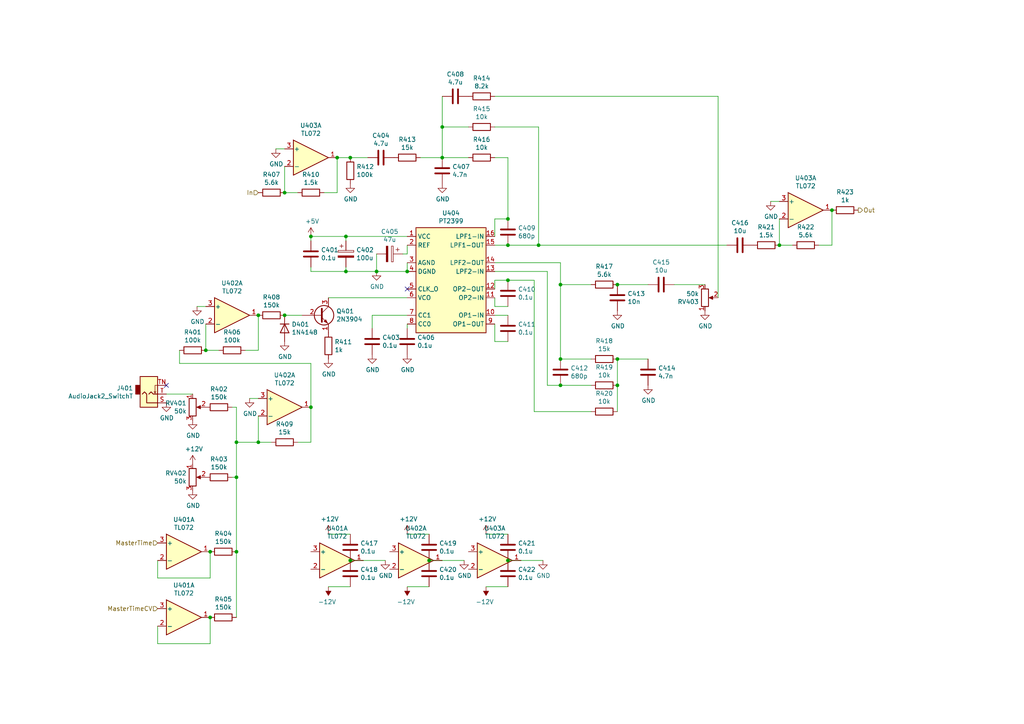
<source format=kicad_sch>
(kicad_sch (version 20211123) (generator eeschema)
  (paper "A4")
  (title_block (title "Single Delay") (date "2021-09-14") (rev "1.0"))
  (lib_symbols
    (symbol "Amplifier_Operational:TL072" (pin_names (offset 0.127))
      (property "Reference" "U" (at 0 5.08 0))
      (property "Value" "TL072" (at 0 -5.08 0))
      (symbol "TL072_1_1"
        (polyline (pts (xy -5.08 5.08) (xy 5.08 0) (xy -5.08 -5.08) (xy -5.08 5.08)) (stroke (width 0.254)) (fill (type background)))
        (pin output line (at 7.62 0 180) (length 2.54) (name "~") (number "1"))
        (pin input line (at -7.62 -2.54 0) (length 2.54) (name "-") (number "2"))
        (pin input line (at -7.62 2.54 0) (length 2.54) (name "+") (number "3"))
      )
      (symbol "TL072_2_1"
        (polyline (pts (xy -5.08 5.08) (xy 5.08 0) (xy -5.08 -5.08) (xy -5.08 5.08)) (stroke (width 0.254)) (fill (type background)))
        (pin input line (at -7.62 2.54 0) (length 2.54) (name "+") (number "5"))
        (pin input line (at -7.62 -2.54 0) (length 2.54) (name "-") (number "6"))
        (pin output line (at 7.62 0 180) (length 2.54) (name "~") (number "7"))
      )
      (symbol "TL072_3_1"
        (pin power_in line (at -2.54 -7.62 90) (length 3.81) (name "V-") (number "4"))
        (pin power_in line (at -2.54 7.62 270) (length 3.81) (name "V+") (number "8"))
      )
    )
    (symbol "Audio:PT2399"
      (property "Reference" "U" (at 0 17.78 0))
      (property "Value" "PT2399" (at 0 -17.78 0))
      (symbol "PT2399_0_1"
        (rectangle (start -10.16 15.24) (end 10.16 -15.24) (stroke (width 0.254)) (fill (type background)))
      )
      (symbol "PT2399_1_1"
        (pin power_in line (at -12.7 12.7 0) (length 2.54) (name "VCC") (number "1"))
        (pin input line (at 12.7 -10.16 180) (length 2.54) (name "OP1-IN") (number "10"))
        (pin input line (at 12.7 -5.08 180) (length 2.54) (name "OP2-IN") (number "11"))
        (pin output line (at 12.7 -2.54 180) (length 2.54) (name "OP2-OUT") (number "12"))
        (pin input line (at 12.7 2.54 180) (length 2.54) (name "LPF2-IN") (number "13"))
        (pin output line (at 12.7 5.08 180) (length 2.54) (name "LPF2-OUT") (number "14"))
        (pin output line (at 12.7 10.16 180) (length 2.54) (name "LPF1-OUT") (number "15"))
        (pin input line (at 12.7 12.7 180) (length 2.54) (name "LPF1-IN") (number "16"))
        (pin passive line (at -12.7 10.16 0) (length 2.54) (name "REF") (number "2"))
        (pin power_in line (at -12.7 5.08 0) (length 2.54) (name "AGND") (number "3"))
        (pin power_in line (at -12.7 2.54 0) (length 2.54) (name "DGND") (number "4"))
        (pin passive line (at -12.7 -2.54 0) (length 2.54) (name "CLK_O") (number "5"))
        (pin passive line (at -12.7 -5.08 0) (length 2.54) (name "VCO") (number "6"))
        (pin passive line (at -12.7 -10.16 0) (length 2.54) (name "CC1") (number "7"))
        (pin passive line (at -12.7 -12.7 0) (length 2.54) (name "CC0") (number "8"))
        (pin output line (at 12.7 -12.7 180) (length 2.54) (name "OP1-OUT") (number "9"))
      )
    )
    (symbol "Connector:AudioJack2_SwitchT"
      (property "Reference" "J" (at 0 8.89 0))
      (property "Value" "AudioJack2_SwitchT" (at 0 6.35 0))
      (symbol "AudioJack2_SwitchT_0_1"
        (rectangle (start -2.54 0) (end -3.81 -2.54) (stroke (width 0.254)) (fill (type outline)))
        (polyline (pts (xy 1.778 -0.254) (xy 2.032 -0.762)))
        (polyline (pts (xy 0 0) (xy 0.635 -0.635) (xy 1.27 0) (xy 2.54 0)) (stroke (width 0.254)))
        (polyline (pts (xy 2.54 -2.54) (xy 1.778 -2.54) (xy 1.778 -0.254) (xy 1.524 -0.762)))
        (polyline (pts (xy 2.54 2.54) (xy -0.635 2.54) (xy -0.635 0) (xy -1.27 -0.635) (xy -1.905 0)) (stroke (width 0.254)))
        (rectangle (start 2.54 3.81) (end -2.54 -5.08) (stroke (width 0.254)) (fill (type background)))
      )
      (symbol "AudioJack2_SwitchT_1_1"
        (pin passive line (at 5.08 2.54 180) (length 2.54) (name "~") (number "S"))
        (pin passive line (at 5.08 0 180) (length 2.54) (name "~") (number "T"))
        (pin passive line (at 5.08 -2.54 180) (length 2.54) (name "~") (number "TN"))
      )
    )
    (symbol "Device:C" (pin_numbers hide) (pin_names (offset 0.254))
      (property "Reference" "C" (at 0.635 2.54 0))
      (property "Value" "C" (at 0.635 -2.54 0))
      (symbol "C_0_1"
        (polyline (pts (xy -2.032 -0.762) (xy 2.032 -0.762)) (stroke (width 0.508)))
        (polyline (pts (xy -2.032 0.762) (xy 2.032 0.762)) (stroke (width 0.508)))
      )
      (symbol "C_1_1"
        (pin passive line (at 0 3.81 270) (length 2.794) (name "~") (number "1"))
        (pin passive line (at 0 -3.81 90) (length 2.794) (name "~") (number "2"))
      )
    )
    (symbol "Device:C_Polarized" (pin_numbers hide) (pin_names (offset 0.254))
      (property "Reference" "C" (at 0.635 2.54 0))
      (property "Value" "C_Polarized" (at 0.635 -2.54 0))
      (symbol "C_Polarized_0_1"
        (rectangle (start -2.286 0.508) (end 2.286 1.016))
        (polyline (pts (xy -1.778 2.286) (xy -0.762 2.286)))
        (polyline (pts (xy -1.27 2.794) (xy -1.27 1.778)))
        (rectangle (start 2.286 -0.508) (end -2.286 -1.016) (fill (type outline)))
      )
      (symbol "C_Polarized_1_1"
        (pin passive line (at 0 3.81 270) (length 2.794) (name "~") (number "1"))
        (pin passive line (at 0 -3.81 90) (length 2.794) (name "~") (number "2"))
      )
    )
    (symbol "Device:R" (pin_numbers hide) (pin_names (offset 0))
      (property "Reference" "R" (at 2.032 0 90))
      (property "Value" "R" (at 0 0 90))
      (symbol "R_0_1"
        (rectangle (start -1.016 -2.54) (end 1.016 2.54) (stroke (width 0.254)))
      )
      (symbol "R_1_1"
        (pin passive line (at 0 3.81 270) (length 1.27) (name "~") (number "1"))
        (pin passive line (at 0 -3.81 90) (length 1.27) (name "~") (number "2"))
      )
    )
    (symbol "Device:R_Potentiometer" (pin_names (offset 1.016) hide)
      (property "Reference" "RV" (at -4.445 0 90))
      (property "Value" "R_Potentiometer" (at -2.54 0 90))
      (symbol "R_Potentiometer_0_1"
        (polyline (pts (xy 2.54 0) (xy 1.524 0)))
        (polyline (pts (xy 1.143 0) (xy 2.286 0.508) (xy 2.286 -0.508) (xy 1.143 0)) (fill (type outline)))
        (rectangle (start 1.016 2.54) (end -1.016 -2.54) (stroke (width 0.254)))
      )
      (symbol "R_Potentiometer_1_1"
        (pin passive line (at 0 3.81 270) (length 1.27) (name "1") (number "1"))
        (pin passive line (at 3.81 0 180) (length 1.27) (name "2") (number "2"))
        (pin passive line (at 0 -3.81 90) (length 1.27) (name "3") (number "3"))
      )
    )
    (symbol "Diode:1N4148" (pin_numbers hide) (pin_names (offset 1.016) hide)
      (property "Reference" "D" (at 0 2.54 0))
      (property "Value" "1N4148" (at 0 -2.54 0))
      (symbol "1N4148_0_1"
        (polyline (pts (xy -1.27 1.27) (xy -1.27 -1.27)) (stroke (width 0.254)))
        (polyline (pts (xy 1.27 0) (xy -1.27 0)))
        (polyline (pts (xy 1.27 1.27) (xy 1.27 -1.27) (xy -1.27 0) (xy 1.27 1.27)) (stroke (width 0.254)))
      )
      (symbol "1N4148_1_1"
        (pin passive line (at -3.81 0 0) (length 2.54) (name "K") (number "1"))
        (pin passive line (at 3.81 0 180) (length 2.54) (name "A") (number "2"))
      )
    )
    (symbol "Transistor_BJT:2N3904" (pin_names (offset 0) hide)
      (property "Reference" "Q" (at 5.08 1.905 0))
      (property "Value" "2N3904" (at 5.08 0 0))
      (symbol "2N3904_0_1"
        (polyline (pts (xy 0.635 0.635) (xy 2.54 2.54)))
        (polyline (pts (xy 0.635 -0.635) (xy 2.54 -2.54) (xy 2.54 -2.54)))
        (polyline (pts (xy 0.635 1.905) (xy 0.635 -1.905) (xy 0.635 -1.905)) (stroke (width 0.508)))
        (polyline (pts (xy 1.27 -1.778) (xy 1.778 -1.27) (xy 2.286 -2.286) (xy 1.27 -1.778) (xy 1.27 -1.778)) (fill (type outline)))
        (circle (center 1.27 0) (radius 2.8194) (stroke (width 0.254)))
      )
      (symbol "2N3904_1_1"
        (pin passive line (at 2.54 -5.08 90) (length 2.54) (name "E") (number "1"))
        (pin passive line (at -5.08 0 0) (length 5.715) (name "B") (number "2"))
        (pin passive line (at 2.54 5.08 270) (length 2.54) (name "C") (number "3"))
      )
    )
    (symbol "power:+12V" (power) (pin_names (offset 0))
      (property "Value" "+12V" (at 0 3.556 0))
      (symbol "+12V_0_1"
        (polyline (pts (xy -0.762 1.27) (xy 0 2.54)))
        (polyline (pts (xy 0 0) (xy 0 2.54)))
        (polyline (pts (xy 0 2.54) (xy 0.762 1.27)))
      )
      (symbol "+12V_1_1"
        (pin power_in line (at 0 0 90) (length 0) hide (name "+12V") (number "1"))
      )
    )
    (symbol "power:+5V" (power) (pin_names (offset 0))
      (property "Value" "+5V" (at 0 3.556 0))
      (symbol "+5V_0_1"
        (polyline (pts (xy -0.762 1.27) (xy 0 2.54)))
        (polyline (pts (xy 0 0) (xy 0 2.54)))
        (polyline (pts (xy 0 2.54) (xy 0.762 1.27)))
      )
      (symbol "+5V_1_1"
        (pin power_in line (at 0 0 90) (length 0) hide (name "+5V") (number "1"))
      )
    )
    (symbol "power:-12V" (power) (pin_names (offset 0))
      (property "Value" "-12V" (at 0 3.81 0))
      (symbol "-12V_0_0"
        (pin power_in line (at 0 0 90) (length 0) hide (name "-12V") (number "1"))
      )
      (symbol "-12V_0_1"
        (polyline (pts (xy 0 0) (xy 0 1.27) (xy 0.762 1.27) (xy 0 2.54) (xy -0.762 1.27) (xy 0 1.27)) (fill (type outline)))
      )
    )
    (symbol "power:GND" (power) (pin_names (offset 0))
      (property "Value" "GND" (at 0 -3.81 0))
      (symbol "GND_0_1"
        (polyline (pts (xy 0 0) (xy 0 -1.27) (xy 1.27 -1.27) (xy 0 -2.54) (xy -1.27 -1.27) (xy 0 -1.27)))
      )
      (symbol "GND_1_1"
        (pin power_in line (at 0 0 270) (length 0) hide (name "GND") (number "1"))
      )
    )
  )
  (junction (at 60.96 179.07))
  (junction (at 156.21 71.12))
  (junction (at 101.6 162.56))
  (junction (at 82.55 55.88))
  (junction (at 179.07 82.55))
  (junction (at 97.79 45.72))
  (junction (at 241.3 60.96))
  (junction (at 82.55 91.44))
  (junction (at 74.93 128.27))
  (junction (at 100.33 68.58))
  (junction (at 147.32 63.5))
  (junction (at 128.27 36.83))
  (junction (at 109.22 78.74))
  (junction (at 179.07 104.14))
  (junction (at 101.6 45.72))
  (junction (at 100.33 78.74))
  (junction (at 90.17 68.58))
  (junction (at 68.58 160.02))
  (junction (at 147.32 81.28))
  (junction (at 59.69 101.6))
  (junction (at 147.32 162.56))
  (junction (at 179.07 111.76))
  (junction (at 124.46 162.56))
  (junction (at 128.27 45.72))
  (junction (at 147.32 71.12))
  (junction (at 226.06 71.12))
  (junction (at 68.58 138.43))
  (junction (at 74.93 91.44))
  (junction (at 162.56 104.14))
  (junction (at 60.96 160.02))
  (junction (at 162.56 111.76))
  (junction (at 90.17 118.11))
  (junction (at 118.11 78.74))
  (junction (at 162.56 82.55))
  (junction (at 68.58 128.27))
  (no_connect (at 118.11 83.82))
  (no_connect (at 48.26 111.76))
  (wire (pts (xy 93.98 55.88) (xy 97.79 55.88)))
  (wire (pts (xy 57.15 88.9) (xy 59.69 88.9)))
  (wire (pts (xy 109.22 73.66) (xy 109.22 78.74)))
  (wire (pts (xy 128.27 36.83) (xy 135.89 36.83)))
  (wire (pts (xy 143.51 93.98) (xy 143.51 99.06)))
  (wire (pts (xy 95.25 86.36) (xy 118.11 86.36)))
  (wire (pts (xy 45.72 167.64) (xy 60.96 167.64)))
  (wire (pts (xy 156.21 36.83) (xy 156.21 71.12)))
  (wire (pts (xy 128.27 45.72) (xy 135.89 45.72)))
  (wire (pts (xy 74.93 128.27) (xy 78.74 128.27)))
  (wire (pts (xy 118.11 71.12) (xy 118.11 73.66)))
  (wire (pts (xy 226.06 71.12) (xy 229.87 71.12)))
  (wire (pts (xy 68.58 138.43) (xy 68.58 160.02)))
  (wire (pts (xy 48.26 114.3) (xy 55.88 114.3)))
  (wire (pts (xy 82.55 91.44) (xy 87.63 91.44)))
  (wire (pts (xy 143.51 45.72) (xy 147.32 45.72)))
  (wire (pts (xy 237.49 71.12) (xy 241.3 71.12)))
  (wire (pts (xy 143.51 68.58) (xy 143.51 63.5)))
  (wire (pts (xy 143.51 99.06) (xy 147.32 99.06)))
  (wire (pts (xy 143.51 91.44) (xy 147.32 91.44)))
  (wire (pts (xy 143.51 81.28) (xy 147.32 81.28)))
  (wire (pts (xy 143.51 88.9) (xy 147.32 88.9)))
  (wire (pts (xy 147.32 81.28) (xy 154.94 81.28)))
  (wire (pts (xy 118.11 76.2) (xy 118.11 78.74)))
  (wire (pts (xy 109.22 78.74) (xy 118.11 78.74)))
  (wire (pts (xy 147.32 71.12) (xy 156.21 71.12)))
  (wire (pts (xy 143.51 63.5) (xy 147.32 63.5)))
  (wire (pts (xy 241.3 71.12) (xy 241.3 60.96)))
  (wire (pts (xy 95.25 154.94) (xy 101.6 154.94)))
  (wire (pts (xy 72.39 115.57) (xy 74.93 115.57)))
  (wire (pts (xy 143.51 36.83) (xy 156.21 36.83)))
  (wire (pts (xy 118.11 170.18) (xy 124.46 170.18)))
  (wire (pts (xy 59.69 93.98) (xy 59.69 101.6)))
  (wire (pts (xy 208.28 86.36) (xy 208.28 27.94)))
  (wire (pts (xy 68.58 128.27) (xy 68.58 138.43)))
  (wire (pts (xy 82.55 55.88) (xy 86.36 55.88)))
  (wire (pts (xy 95.25 170.18) (xy 101.6 170.18)))
  (wire (pts (xy 101.6 45.72) (xy 106.68 45.72)))
  (wire (pts (xy 80.01 43.18) (xy 82.55 43.18)))
  (wire (pts (xy 128.27 45.72) (xy 128.27 36.83)))
  (wire (pts (xy 74.93 101.6) (xy 74.93 91.44)))
  (wire (pts (xy 45.72 162.56) (xy 45.72 167.64)))
  (wire (pts (xy 71.12 101.6) (xy 74.93 101.6)))
  (wire (pts (xy 162.56 82.55) (xy 171.45 82.55)))
  (wire (pts (xy 90.17 118.11) (xy 90.17 105.41)))
  (wire (pts (xy 100.33 68.58) (xy 118.11 68.58)))
  (wire (pts (xy 154.94 119.38) (xy 171.45 119.38)))
  (wire (pts (xy 223.52 58.42) (xy 226.06 58.42)))
  (wire (pts (xy 90.17 68.58) (xy 100.33 68.58)))
  (wire (pts (xy 143.51 86.36) (xy 143.51 88.9)))
  (wire (pts (xy 140.97 154.94) (xy 147.32 154.94)))
  (wire (pts (xy 74.93 120.65) (xy 74.93 128.27)))
  (wire (pts (xy 67.31 138.43) (xy 68.58 138.43)))
  (wire (pts (xy 162.56 76.2) (xy 143.51 76.2)))
  (wire (pts (xy 68.58 160.02) (xy 68.58 179.07)))
  (wire (pts (xy 107.95 91.44) (xy 107.95 95.25)))
  (wire (pts (xy 60.96 167.64) (xy 60.96 160.02)))
  (wire (pts (xy 147.32 162.56) (xy 157.48 162.56)))
  (wire (pts (xy 158.75 78.74) (xy 158.75 111.76)))
  (wire (pts (xy 101.6 162.56) (xy 111.76 162.56)))
  (wire (pts (xy 118.11 93.98) (xy 118.11 95.25)))
  (wire (pts (xy 179.07 104.14) (xy 187.96 104.14)))
  (wire (pts (xy 195.58 82.55) (xy 204.47 82.55)))
  (wire (pts (xy 90.17 78.74) (xy 100.33 78.74)))
  (wire (pts (xy 90.17 68.58) (xy 90.17 69.85)))
  (wire (pts (xy 179.07 82.55) (xy 187.96 82.55)))
  (wire (pts (xy 158.75 78.74) (xy 143.51 78.74)))
  (wire (pts (xy 60.96 186.69) (xy 60.96 179.07)))
  (wire (pts (xy 162.56 82.55) (xy 162.56 76.2)))
  (wire (pts (xy 100.33 77.47) (xy 100.33 78.74)))
  (wire (pts (xy 143.51 71.12) (xy 147.32 71.12)))
  (wire (pts (xy 52.07 105.41) (xy 52.07 101.6)))
  (wire (pts (xy 128.27 27.94) (xy 128.27 36.83)))
  (wire (pts (xy 179.07 104.14) (xy 179.07 111.76)))
  (wire (pts (xy 147.32 45.72) (xy 147.32 63.5)))
  (wire (pts (xy 143.51 27.94) (xy 208.28 27.94)))
  (wire (pts (xy 226.06 63.5) (xy 226.06 71.12)))
  (wire (pts (xy 97.79 45.72) (xy 101.6 45.72)))
  (wire (pts (xy 107.95 91.44) (xy 118.11 91.44)))
  (wire (pts (xy 68.58 118.11) (xy 68.58 128.27)))
  (wire (pts (xy 97.79 45.72) (xy 97.79 55.88)))
  (wire (pts (xy 90.17 128.27) (xy 90.17 118.11)))
  (wire (pts (xy 118.11 73.66) (xy 116.84 73.66)))
  (wire (pts (xy 121.92 45.72) (xy 128.27 45.72)))
  (wire (pts (xy 86.36 128.27) (xy 90.17 128.27)))
  (wire (pts (xy 68.58 128.27) (xy 74.93 128.27)))
  (wire (pts (xy 179.07 111.76) (xy 179.07 119.38)))
  (wire (pts (xy 82.55 48.26) (xy 82.55 55.88)))
  (wire (pts (xy 154.94 81.28) (xy 154.94 119.38)))
  (wire (pts (xy 45.72 181.61) (xy 45.72 186.69)))
  (wire (pts (xy 156.21 71.12) (xy 210.82 71.12)))
  (wire (pts (xy 100.33 78.74) (xy 109.22 78.74)))
  (wire (pts (xy 100.33 69.85) (xy 100.33 68.58)))
  (wire (pts (xy 140.97 170.18) (xy 147.32 170.18)))
  (wire (pts (xy 52.07 105.41) (xy 90.17 105.41)))
  (wire (pts (xy 124.46 162.56) (xy 134.62 162.56)))
  (wire (pts (xy 67.31 118.11) (xy 68.58 118.11)))
  (wire (pts (xy 90.17 77.47) (xy 90.17 78.74)))
  (wire (pts (xy 118.11 154.94) (xy 124.46 154.94)))
  (wire (pts (xy 59.69 101.6) (xy 63.5 101.6)))
  (wire (pts (xy 162.56 104.14) (xy 162.56 82.55)))
  (wire (pts (xy 162.56 104.14) (xy 171.45 104.14)))
  (wire (pts (xy 45.72 186.69) (xy 60.96 186.69)))
  (wire (pts (xy 143.51 81.28) (xy 143.51 83.82)))
  (wire (pts (xy 158.75 111.76) (xy 162.56 111.76)))
  (wire (pts (xy 162.56 111.76) (xy 171.45 111.76)))
  (hierarchical_label "MasterTime" (shape input) (at 45.72 157.48 180))
  (hierarchical_label "In" (shape input) (at 74.93 55.88 180))
  (hierarchical_label "Out" (shape output) (at 248.92 60.96 0))
  (hierarchical_label "MasterTimeCV" (shape input) (at 45.72 176.53 180))
  (symbol (lib_id "Device:R_Potentiometer") (at 55.88 138.43 0)
    (property "Reference" "RV402" (at 54.1274 137.2616 0) (effects (justify right)))
    (property "Value" "50k" (at 54.1274 139.573 0) (effects (justify right)))
    (property "Footprint" "Potentiometer_THT:Potentiometer_Alpha_RD901F-40-00D_Single_Vertical_CircularHoles" (effects hide))
  )
  (symbol (lib_id "Device:C") (at 118.11 99.06 0)
    (property "Reference" "C406" (at 121.031 97.8916 0) (effects (justify left)))
    (property "Value" "0.1u" (at 121.031 100.203 0) (effects (justify left)))
    (property "Footprint" "Capacitor_THT:C_Disc_D5.0mm_W2.5mm_P5.00mm" (effects hide))
  )
  (symbol (lib_id "power:GND") (at 118.11 102.87 0)
    (property "Reference" "#PWR0414" (effects hide))
    (property "Value" "GND" (at 118.237 107.2642 0))
  )
  (symbol (lib_id "Device:C") (at 107.95 99.06 0)
    (property "Reference" "C403" (at 110.871 97.8916 0) (effects (justify left)))
    (property "Value" "0.1u" (at 110.871 100.203 0) (effects (justify left)))
    (property "Footprint" "Capacitor_THT:C_Disc_D5.0mm_W2.5mm_P5.00mm" (effects hide))
  )
  (symbol (lib_id "power:GND") (at 107.95 102.87 0)
    (property "Reference" "#PWR0412" (effects hide))
    (property "Value" "GND" (at 108.077 107.2642 0))
  )
  (symbol (lib_id "power:GND") (at 109.22 78.74 0)
    (property "Reference" "#PWR0413" (effects hide))
    (property "Value" "GND" (at 109.347 83.1342 0))
  )
  (symbol (lib_id "Device:C_Polarized") (at 113.03 73.66 270)
    (property "Reference" "C405" (at 113.03 67.183 90))
    (property "Value" "47u" (at 113.03 69.4944 90))
    (property "Footprint" "Capacitor_THT:CP_Radial_D5.0mm_P2.00mm" (effects hide))
  )
  (symbol (lib_id "Device:C") (at 90.17 73.66 0)
    (property "Reference" "C401" (at 93.091 72.4916 0) (effects (justify left)))
    (property "Value" "0.1u" (at 93.091 74.803 0) (effects (justify left)))
    (property "Footprint" "Capacitor_THT:C_Disc_D5.0mm_W2.5mm_P5.00mm" (effects hide))
  )
  (symbol (lib_id "Device:C_Polarized") (at 100.33 73.66 0)
    (property "Reference" "C402" (at 103.3272 72.4916 0) (effects (justify left)))
    (property "Value" "100u" (at 103.3272 74.803 0) (effects (justify left)))
    (property "Footprint" "Capacitor_THT:CP_Radial_D5.0mm_P2.00mm" (effects hide))
  )
  (symbol (lib_id "power:+5V") (at 90.17 68.58 0)
    (property "Reference" "#PWR0409" (effects hide))
    (property "Value" "+5V" (at 90.551 64.1858 0))
  )
  (symbol (lib_id "Device:C") (at 147.32 67.31 0)
    (property "Reference" "C409" (at 150.241 66.1416 0) (effects (justify left)))
    (property "Value" "680p" (at 150.241 68.453 0) (effects (justify left)))
    (property "Footprint" "Capacitor_THT:C_Disc_D5.0mm_W2.5mm_P5.00mm" (effects hide))
  )
  (symbol (lib_id "Audio:PT2399") (at 130.81 81.28 0)
    (property "Reference" "U404" (at 130.81 61.7982 0))
    (property "Value" "PT2399" (at 130.81 64.1096 0))
    (property "Footprint" "Package_DIP:DIP-16_W7.62mm_Socket" (effects hide))
    (property "Datasheet" "http://sound.westhost.com/pt2399.pdf" (effects hide))
  )
  (symbol (lib_id "Device:C") (at 110.49 45.72 270)
    (property "Reference" "C404" (at 110.49 39.3192 90))
    (property "Value" "4.7u" (at 110.49 41.6306 90))
    (property "Footprint" "Capacitor_THT:C_Disc_D5.0mm_W2.5mm_P5.00mm" (effects hide))
  )
  (symbol (lib_id "Device:R") (at 101.6 49.53 0)
    (property "Reference" "R412" (at 103.378 48.3616 0) (effects (justify left)))
    (property "Value" "100k" (at 103.378 50.673 0) (effects (justify left)))
    (property "Footprint" "Resistor_THT:R_Axial_DIN0207_L6.3mm_D2.5mm_P7.62mm_Horizontal" (effects hide))
  )
  (symbol (lib_id "power:GND") (at 101.6 53.34 0)
    (property "Reference" "#PWR0411" (effects hide))
    (property "Value" "GND" (at 101.727 57.7342 0))
  )
  (symbol (lib_id "Device:R") (at 118.11 45.72 90)
    (property "Reference" "R413" (at 118.11 40.4622 90))
    (property "Value" "15k" (at 118.11 42.7736 90))
    (property "Footprint" "Resistor_THT:R_Axial_DIN0207_L6.3mm_D2.5mm_P7.62mm_Horizontal" (effects hide))
  )
  (symbol (lib_id "Device:C") (at 128.27 49.53 0)
    (property "Reference" "C407" (at 131.191 48.3616 0) (effects (justify left)))
    (property "Value" "4.7n" (at 131.191 50.673 0) (effects (justify left)))
    (property "Footprint" "Capacitor_THT:C_Disc_D5.0mm_W2.5mm_P5.00mm" (effects hide))
  )
  (symbol (lib_id "power:GND") (at 128.27 53.34 0)
    (property "Reference" "#PWR0415" (effects hide))
    (property "Value" "GND" (at 128.397 57.7342 0))
  )
  (symbol (lib_id "Device:R") (at 139.7 45.72 90)
    (property "Reference" "R416" (at 139.7 40.4622 90))
    (property "Value" "10k" (at 139.7 42.7736 90))
    (property "Footprint" "Resistor_THT:R_Axial_DIN0207_L6.3mm_D2.5mm_P7.62mm_Horizontal" (effects hide))
  )
  (symbol (lib_id "Device:R") (at 222.25 71.12 90)
    (property "Reference" "R421" (at 222.25 65.8622 90))
    (property "Value" "1.5k" (at 222.25 68.1736 90))
    (property "Footprint" "Resistor_THT:R_Axial_DIN0207_L6.3mm_D2.5mm_P7.62mm_Horizontal" (effects hide))
  )
  (symbol (lib_id "Amplifier_Operational:TL072") (at 90.17 45.72 0)
    (property "Reference" "U403" (at 90.17 36.3982 0))
    (property "Value" "TL072" (at 90.17 38.7096 0))
    (property "Footprint" "Package_DIP:DIP-8_W7.62mm_Socket" (effects hide))
    (property "Datasheet" "http://www.ti.com/lit/ds/symlink/tl071.pdf" (effects hide))
  )
  (symbol (lib_id "Device:R") (at 78.74 55.88 90)
    (property "Reference" "R407" (at 78.74 50.6222 90))
    (property "Value" "5.6k" (at 78.74 52.9336 90))
    (property "Footprint" "Resistor_THT:R_Axial_DIN0207_L6.3mm_D2.5mm_P7.62mm_Horizontal" (effects hide))
  )
  (symbol (lib_id "Amplifier_Operational:TL072") (at 233.68 60.96 0)
    (property "Reference" "U403" (at 233.68 51.6382 0))
    (property "Value" "TL072" (at 233.68 53.9496 0))
    (property "Footprint" "Package_DIP:DIP-8_W7.62mm_Socket" (effects hide))
    (property "Datasheet" "http://www.ti.com/lit/ds/symlink/tl071.pdf" (effects hide))
  )
  (symbol (lib_id "Device:R") (at 233.68 71.12 270)
    (property "Reference" "R422" (at 233.68 65.8622 90))
    (property "Value" "5.6k" (at 233.68 68.1736 90))
    (property "Footprint" "Resistor_THT:R_Axial_DIN0207_L6.3mm_D2.5mm_P7.62mm_Horizontal" (effects hide))
  )
  (symbol (lib_id "power:GND") (at 80.01 43.18 0)
    (property "Reference" "#PWR0407" (effects hide))
    (property "Value" "GND" (at 80.137 47.5742 0))
  )
  (symbol (lib_id "Device:R") (at 90.17 55.88 90)
    (property "Reference" "R410" (at 90.17 50.6222 90))
    (property "Value" "1.5k" (at 90.17 52.9336 90))
    (property "Footprint" "Resistor_THT:R_Axial_DIN0207_L6.3mm_D2.5mm_P7.62mm_Horizontal" (effects hide))
  )
  (symbol (lib_id "power:GND") (at 223.52 58.42 0)
    (property "Reference" "#PWR0419" (effects hide))
    (property "Value" "GND" (at 223.647 62.8142 0))
  )
  (symbol (lib_id "Device:C") (at 214.63 71.12 90)
    (property "Reference" "C416" (at 214.63 64.643 90))
    (property "Value" "10u" (at 214.63 66.9544 90))
    (property "Footprint" "Capacitor_THT:C_Disc_D5.0mm_W2.5mm_P5.00mm" (effects hide))
  )
  (symbol (lib_id "Device:R") (at 139.7 36.83 90)
    (property "Reference" "R415" (at 139.7 31.5722 90))
    (property "Value" "10k" (at 139.7 33.8836 90))
    (property "Footprint" "Resistor_THT:R_Axial_DIN0207_L6.3mm_D2.5mm_P7.62mm_Horizontal" (effects hide))
  )
  (symbol (lib_id "Device:R") (at 175.26 111.76 90)
    (property "Reference" "R419" (at 175.26 106.5022 90))
    (property "Value" "10k" (at 175.26 108.8136 90))
    (property "Footprint" "Resistor_THT:R_Axial_DIN0207_L6.3mm_D2.5mm_P7.62mm_Horizontal" (effects hide))
  )
  (symbol (lib_id "Device:R") (at 175.26 104.14 90)
    (property "Reference" "R418" (at 175.26 98.8822 90))
    (property "Value" "15k" (at 175.26 101.1936 90))
    (property "Footprint" "Resistor_THT:R_Axial_DIN0207_L6.3mm_D2.5mm_P7.62mm_Horizontal" (effects hide))
  )
  (symbol (lib_id "Device:R") (at 175.26 119.38 90)
    (property "Reference" "R420" (at 175.26 114.1222 90))
    (property "Value" "10k" (at 175.26 116.4336 90))
    (property "Footprint" "Resistor_THT:R_Axial_DIN0207_L6.3mm_D2.5mm_P7.62mm_Horizontal" (effects hide))
  )
  (symbol (lib_id "power:GND") (at 179.07 90.17 0)
    (property "Reference" "#PWR0416" (effects hide))
    (property "Value" "GND" (at 179.197 94.5642 0))
  )
  (symbol (lib_id "power:GND") (at 204.47 90.17 0)
    (property "Reference" "#PWR0418" (effects hide))
    (property "Value" "GND" (at 204.597 94.5642 0))
  )
  (symbol (lib_id "Device:R_Potentiometer") (at 204.47 86.36 0) (mirror x)
    (property "Reference" "RV403" (at 202.7174 87.5284 0) (effects (justify right)))
    (property "Value" "50k" (at 202.7174 85.217 0) (effects (justify right)))
    (property "Footprint" "Potentiometer_THT:Potentiometer_Alpha_RD901F-40-00D_Single_Vertical_CircularHoles" (effects hide))
  )
  (symbol (lib_id "Device:C") (at 191.77 82.55 90)
    (property "Reference" "C415" (at 191.77 76.073 90))
    (property "Value" "10u" (at 191.77 78.3844 90))
    (property "Footprint" "Capacitor_THT:C_Disc_D5.0mm_W2.5mm_P5.00mm" (effects hide))
  )
  (symbol (lib_id "Device:C") (at 179.07 86.36 0)
    (property "Reference" "C413" (at 181.991 85.1916 0) (effects (justify left)))
    (property "Value" "10n" (at 181.991 87.503 0) (effects (justify left)))
    (property "Footprint" "Capacitor_THT:C_Disc_D5.0mm_W2.5mm_P5.00mm" (effects hide))
  )
  (symbol (lib_id "Device:R") (at 175.26 82.55 90)
    (property "Reference" "R417" (at 175.26 77.2922 90))
    (property "Value" "5.6k" (at 175.26 79.6036 90))
    (property "Footprint" "Resistor_THT:R_Axial_DIN0207_L6.3mm_D2.5mm_P7.62mm_Horizontal" (effects hide))
  )
  (symbol (lib_id "Device:C") (at 162.56 107.95 0)
    (property "Reference" "C412" (at 165.481 106.7816 0) (effects (justify left)))
    (property "Value" "680p" (at 165.481 109.093 0) (effects (justify left)))
    (property "Footprint" "Capacitor_THT:C_Disc_D5.0mm_W2.5mm_P5.00mm" (effects hide))
  )
  (symbol (lib_id "Device:C") (at 147.32 85.09 0)
    (property "Reference" "C410" (at 150.241 83.9216 0) (effects (justify left)))
    (property "Value" "0.1u" (at 150.241 86.233 0) (effects (justify left)))
    (property "Footprint" "Capacitor_THT:C_Disc_D5.0mm_W2.5mm_P5.00mm" (effects hide))
  )
  (symbol (lib_id "Device:C") (at 187.96 107.95 0)
    (property "Reference" "C414" (at 190.881 106.7816 0) (effects (justify left)))
    (property "Value" "4.7n" (at 190.881 109.093 0) (effects (justify left)))
    (property "Footprint" "Capacitor_THT:C_Disc_D5.0mm_W2.5mm_P5.00mm" (effects hide))
  )
  (symbol (lib_id "power:GND") (at 187.96 111.76 0)
    (property "Reference" "#PWR0417" (effects hide))
    (property "Value" "GND" (at 188.087 116.1542 0))
  )
  (symbol (lib_id "Device:R") (at 139.7 27.94 90)
    (property "Reference" "R414" (at 139.7 22.6822 90))
    (property "Value" "8.2k" (at 139.7 24.9936 90))
    (property "Footprint" "Resistor_THT:R_Axial_DIN0207_L6.3mm_D2.5mm_P7.62mm_Horizontal" (effects hide))
  )
  (symbol (lib_id "Device:C") (at 132.08 27.94 270)
    (property "Reference" "C408" (at 132.08 21.5392 90))
    (property "Value" "4.7u" (at 132.08 23.8506 90))
    (property "Footprint" "Capacitor_THT:C_Disc_D5.0mm_W2.5mm_P5.00mm" (effects hide))
  )
  (symbol (lib_id "Device:R") (at 245.11 60.96 270)
    (property "Reference" "R423" (at 245.11 55.7022 90))
    (property "Value" "1k" (at 245.11 58.0136 90))
    (property "Footprint" "Resistor_THT:R_Axial_DIN0207_L6.3mm_D2.5mm_P7.62mm_Horizontal" (effects hide))
  )
  (symbol (lib_id "Amplifier_Operational:TL072") (at 67.31 91.44 0)
    (property "Reference" "U402" (at 67.31 82.1182 0))
    (property "Value" "TL072" (at 67.31 84.4296 0))
    (property "Footprint" "Package_DIP:DIP-8_W7.62mm_Socket" (effects hide))
    (property "Datasheet" "http://www.ti.com/lit/ds/symlink/tl071.pdf" (effects hide))
  )
  (symbol (lib_id "Amplifier_Operational:TL072") (at 82.55 118.11 0)
    (property "Reference" "U402" (at 82.55 108.7882 0))
    (property "Value" "TL072" (at 82.55 111.0996 0))
    (property "Footprint" "Package_DIP:DIP-8_W7.62mm_Socket" (effects hide))
    (property "Datasheet" "http://www.ti.com/lit/ds/symlink/tl071.pdf" (effects hide))
  )
  (symbol (lib_id "Transistor_BJT:2N3904") (at 92.71 91.44 0)
    (property "Reference" "Q401" (at 97.536 90.2716 0) (effects (justify left)))
    (property "Value" "2N3904" (at 97.536 92.583 0) (effects (justify left)))
    (property "Footprint" "Package_TO_SOT_THT:TO-92_HandSolder" (effects hide))
    (property "Datasheet" "https://www.onsemi.com/pub/Collateral/2N3903-D.PDF" (effects hide))
  )
  (symbol (lib_id "Device:R") (at 95.25 100.33 0)
    (property "Reference" "R411" (at 97.028 99.1616 0) (effects (justify left)))
    (property "Value" "1k" (at 97.028 101.473 0) (effects (justify left)))
    (property "Footprint" "Resistor_THT:R_Axial_DIN0207_L6.3mm_D2.5mm_P7.62mm_Horizontal" (effects hide))
  )
  (symbol (lib_id "Device:R") (at 78.74 91.44 270)
    (property "Reference" "R408" (at 78.74 86.1822 90))
    (property "Value" "150k" (at 78.74 88.4936 90))
    (property "Footprint" "Resistor_THT:R_Axial_DIN0207_L6.3mm_D2.5mm_P7.62mm_Horizontal" (effects hide))
  )
  (symbol (lib_id "power:GND") (at 95.25 104.14 0)
    (property "Reference" "#PWR0410" (effects hide))
    (property "Value" "GND" (at 95.377 108.5342 0))
  )
  (symbol (lib_id "Device:R") (at 67.31 101.6 270)
    (property "Reference" "R406" (at 67.31 96.3422 90))
    (property "Value" "100k" (at 67.31 98.6536 90))
    (property "Footprint" "Resistor_THT:R_Axial_DIN0207_L6.3mm_D2.5mm_P7.62mm_Horizontal" (effects hide))
  )
  (symbol (lib_id "Device:R") (at 55.88 101.6 270)
    (property "Reference" "R401" (at 55.88 96.3422 90))
    (property "Value" "100k" (at 55.88 98.6536 90))
    (property "Footprint" "Resistor_THT:R_Axial_DIN0207_L6.3mm_D2.5mm_P7.62mm_Horizontal" (effects hide))
  )
  (symbol (lib_id "power:GND") (at 57.15 88.9 0)
    (property "Reference" "#PWR0405" (effects hide))
    (property "Value" "GND" (at 57.277 93.2942 0))
  )
  (symbol (lib_id "Device:R") (at 82.55 128.27 270)
    (property "Reference" "R409" (at 82.55 123.0122 90))
    (property "Value" "15k" (at 82.55 125.3236 90))
    (property "Footprint" "Resistor_THT:R_Axial_DIN0207_L6.3mm_D2.5mm_P7.62mm_Horizontal" (effects hide))
  )
  (symbol (lib_id "Device:R") (at 63.5 118.11 270)
    (property "Reference" "R402" (at 63.5 112.8522 90))
    (property "Value" "150k" (at 63.5 115.1636 90))
    (property "Footprint" "Resistor_THT:R_Axial_DIN0207_L6.3mm_D2.5mm_P7.62mm_Horizontal" (effects hide))
  )
  (symbol (lib_id "power:GND") (at 72.39 115.57 0)
    (property "Reference" "#PWR0406" (effects hide))
    (property "Value" "GND" (at 72.517 119.9642 0))
  )
  (symbol (lib_id "Connector:AudioJack2_SwitchT") (at 43.18 114.3 0) (mirror x)
    (property "Reference" "J401" (at 38.6334 112.5982 0) (effects (justify right)))
    (property "Value" "AudioJack2_SwitchT" (at 38.6334 114.9096 0) (effects (justify right)))
    (property "Footprint" "Connector_Audio:Jack_3.5mm_QingPu_WQP-PJ398SM_Vertical_CircularHoles" (effects hide))
  )
  (symbol (lib_id "power:GND") (at 48.26 116.84 0)
    (property "Reference" "#PWR0401" (effects hide))
    (property "Value" "GND" (at 48.387 121.2342 0))
  )
  (symbol (lib_id "power:GND") (at 55.88 142.24 0)
    (property "Reference" "#PWR0404" (effects hide))
    (property "Value" "GND" (at 56.007 146.6342 0))
  )
  (symbol (lib_id "Diode:1N4148") (at 82.55 95.25 270)
    (property "Reference" "D401" (at 84.582 94.0816 90) (effects (justify left)))
    (property "Value" "1N4148" (at 84.582 96.393 90) (effects (justify left)))
    (property "Footprint" "Diode_THT:D_DO-35_SOD27_P7.62mm_Horizontal" (effects hide))
    (property "Datasheet" "https://assets.nexperia.com/documents/data-sheet/1N4148_1N4448.pdf" (effects hide))
  )
  (symbol (lib_id "power:GND") (at 82.55 99.06 0)
    (property "Reference" "#PWR0408" (effects hide))
    (property "Value" "GND" (at 82.677 103.4542 0))
  )
  (symbol (lib_id "power:+12V") (at 55.88 134.62 0)
    (property "Reference" "#PWR0403" (effects hide))
    (property "Value" "+12V" (at 56.261 130.2258 0))
  )
  (symbol (lib_id "Device:R") (at 63.5 138.43 270)
    (property "Reference" "R403" (at 63.5 133.1722 90))
    (property "Value" "150k" (at 63.5 135.4836 90))
    (property "Footprint" "Resistor_THT:R_Axial_DIN0207_L6.3mm_D2.5mm_P7.62mm_Horizontal" (effects hide))
  )
  (symbol (lib_id "Device:R_Potentiometer") (at 55.88 118.11 0)
    (property "Reference" "RV401" (at 54.1274 116.9416 0) (effects (justify right)))
    (property "Value" "50k" (at 54.1274 119.253 0) (effects (justify right)))
    (property "Footprint" "Potentiometer_THT:Potentiometer_Alpha_RD901F-40-00D_Single_Vertical_CircularHoles" (effects hide))
  )
  (symbol (lib_id "power:GND") (at 55.88 121.92 0)
    (property "Reference" "#PWR0402" (effects hide))
    (property "Value" "GND" (at 56.007 126.3142 0))
  )
  (symbol (lib_id "Device:C") (at 147.32 95.25 0)
    (property "Reference" "C411" (at 150.241 94.0816 0) (effects (justify left)))
    (property "Value" "0.1u" (at 150.241 96.393 0) (effects (justify left)))
    (property "Footprint" "Capacitor_THT:C_Disc_D5.0mm_W2.5mm_P5.00mm" (effects hide))
  )
  (symbol (lib_id "Amplifier_Operational:TL072") (at 53.34 160.02 0)
    (property "Reference" "U401" (at 53.34 150.6982 0))
    (property "Value" "TL072" (at 53.34 153.0096 0))
    (property "Footprint" "Package_DIP:DIP-8_W7.62mm_Socket" (effects hide))
    (property "Datasheet" "http://www.ti.com/lit/ds/symlink/tl071.pdf" (effects hide))
  )
  (symbol (lib_id "Device:R") (at 64.77 160.02 270)
    (property "Reference" "R404" (at 64.77 154.7622 90))
    (property "Value" "150k" (at 64.77 157.0736 90))
    (property "Footprint" "Resistor_THT:R_Axial_DIN0207_L6.3mm_D2.5mm_P7.62mm_Horizontal" (effects hide))
  )
  (symbol (lib_id "Amplifier_Operational:TL072") (at 53.34 179.07 0)
    (property "Reference" "U401" (at 53.34 169.7482 0))
    (property "Value" "TL072" (at 53.34 172.0596 0))
    (property "Footprint" "Package_DIP:DIP-8_W7.62mm_Socket" (effects hide))
    (property "Datasheet" "http://www.ti.com/lit/ds/symlink/tl071.pdf" (effects hide))
  )
  (symbol (lib_id "Device:R") (at 64.77 179.07 270)
    (property "Reference" "R405" (at 64.77 173.8122 90))
    (property "Value" "150k" (at 64.77 176.1236 90))
    (property "Footprint" "Resistor_THT:R_Axial_DIN0207_L6.3mm_D2.5mm_P7.62mm_Horizontal" (effects hide))
  )
  (symbol (lib_id "Device:C") (at 101.6 166.37 0)
    (property "Reference" "C418" (at 104.521 165.2016 0) (effects (justify left)))
    (property "Value" "0.1u" (at 104.521 167.513 0) (effects (justify left)))
    (property "Footprint" "Capacitor_THT:C_Disc_D5.0mm_W2.5mm_P5.00mm" (effects hide))
  )
  (symbol (lib_id "Device:C") (at 147.32 158.75 0)
    (property "Reference" "C421" (at 150.241 157.5816 0) (effects (justify left)))
    (property "Value" "0.1u" (at 150.241 159.893 0) (effects (justify left)))
    (property "Footprint" "Capacitor_THT:C_Disc_D5.0mm_W2.5mm_P5.00mm" (effects hide))
  )
  (symbol (lib_id "Amplifier_Operational:TL072") (at 97.79 162.56 0)
    (property "Reference" "U401" (at 97.79 153.2382 0))
    (property "Value" "TL072" (at 97.79 155.5496 0))
    (property "Footprint" "Package_DIP:DIP-8_W7.62mm_Socket" (effects hide))
    (property "Datasheet" "http://www.ti.com/lit/ds/symlink/tl071.pdf" (effects hide))
  )
  (symbol (lib_id "power:-12V") (at 140.97 170.18 180)
    (property "Reference" "#PWR0427" (effects hide))
    (property "Value" "-12V" (at 140.589 174.5742 0))
  )
  (symbol (lib_id "power:+12V") (at 95.25 154.94 0)
    (property "Reference" "#PWR0420" (effects hide))
    (property "Value" "+12V" (at 95.631 150.5458 0))
  )
  (symbol (lib_id "power:GND") (at 134.62 162.56 0)
    (property "Reference" "#PWR0425" (effects hide))
    (property "Value" "GND" (at 134.747 166.9542 0))
  )
  (symbol (lib_id "Amplifier_Operational:TL072") (at 143.51 162.56 0)
    (property "Reference" "U403" (at 143.51 153.2382 0))
    (property "Value" "TL072" (at 143.51 155.5496 0))
    (property "Footprint" "Package_DIP:DIP-8_W7.62mm_Socket" (effects hide))
    (property "Datasheet" "http://www.ti.com/lit/ds/symlink/tl071.pdf" (effects hide))
  )
  (symbol (lib_id "power:+12V") (at 118.11 154.94 0)
    (property "Reference" "#PWR0423" (effects hide))
    (property "Value" "+12V" (at 118.491 150.5458 0))
  )
  (symbol (lib_id "Amplifier_Operational:TL072") (at 120.65 162.56 0)
    (property "Reference" "U402" (at 120.65 153.2382 0))
    (property "Value" "TL072" (at 120.65 155.5496 0))
    (property "Footprint" "Package_DIP:DIP-8_W7.62mm_Socket" (effects hide))
    (property "Datasheet" "http://www.ti.com/lit/ds/symlink/tl071.pdf" (effects hide))
  )
  (symbol (lib_id "Device:C") (at 147.32 166.37 0)
    (property "Reference" "C422" (at 150.241 165.2016 0) (effects (justify left)))
    (property "Value" "0.1u" (at 150.241 167.513 0) (effects (justify left)))
    (property "Footprint" "Capacitor_THT:C_Disc_D5.0mm_W2.5mm_P5.00mm" (effects hide))
  )
  (symbol (lib_id "power:GND") (at 157.48 162.56 0)
    (property "Reference" "#PWR0428" (effects hide))
    (property "Value" "GND" (at 157.607 166.9542 0))
  )
  (symbol (lib_id "power:+12V") (at 140.97 154.94 0)
    (property "Reference" "#PWR0426" (effects hide))
    (property "Value" "+12V" (at 141.351 150.5458 0))
  )
  (symbol (lib_id "power:-12V") (at 118.11 170.18 180)
    (property "Reference" "#PWR0424" (effects hide))
    (property "Value" "-12V" (at 117.729 174.5742 0))
  )
  (symbol (lib_id "power:GND") (at 111.76 162.56 0)
    (property "Reference" "#PWR0422" (effects hide))
    (property "Value" "GND" (at 111.887 166.9542 0))
  )
  (symbol (lib_id "Device:C") (at 124.46 166.37 0)
    (property "Reference" "C420" (at 127.381 165.2016 0) (effects (justify left)))
    (property "Value" "0.1u" (at 127.381 167.513 0) (effects (justify left)))
    (property "Footprint" "Capacitor_THT:C_Disc_D5.0mm_W2.5mm_P5.00mm" (effects hide))
  )
  (symbol (lib_id "power:-12V") (at 95.25 170.18 180)
    (property "Reference" "#PWR0421" (effects hide))
    (property "Value" "-12V" (at 94.869 174.5742 0))
  )
  (symbol (lib_id "Device:C") (at 124.46 158.75 0)
    (property "Reference" "C419" (at 127.381 157.5816 0) (effects (justify left)))
    (property "Value" "0.1u" (at 127.381 159.893 0) (effects (justify left)))
    (property "Footprint" "Capacitor_THT:C_Disc_D5.0mm_W2.5mm_P5.00mm" (effects hide))
  )
  (symbol (lib_id "Device:C") (at 101.6 158.75 0)
    (property "Reference" "C417" (at 104.521 157.5816 0) (effects (justify left)))
    (property "Value" "0.1u" (at 104.521 159.893 0) (effects (justify left)))
    (property "Footprint" "Capacitor_THT:C_Disc_D5.0mm_W2.5mm_P5.00mm" (effects hide))
  )
)
</source>
